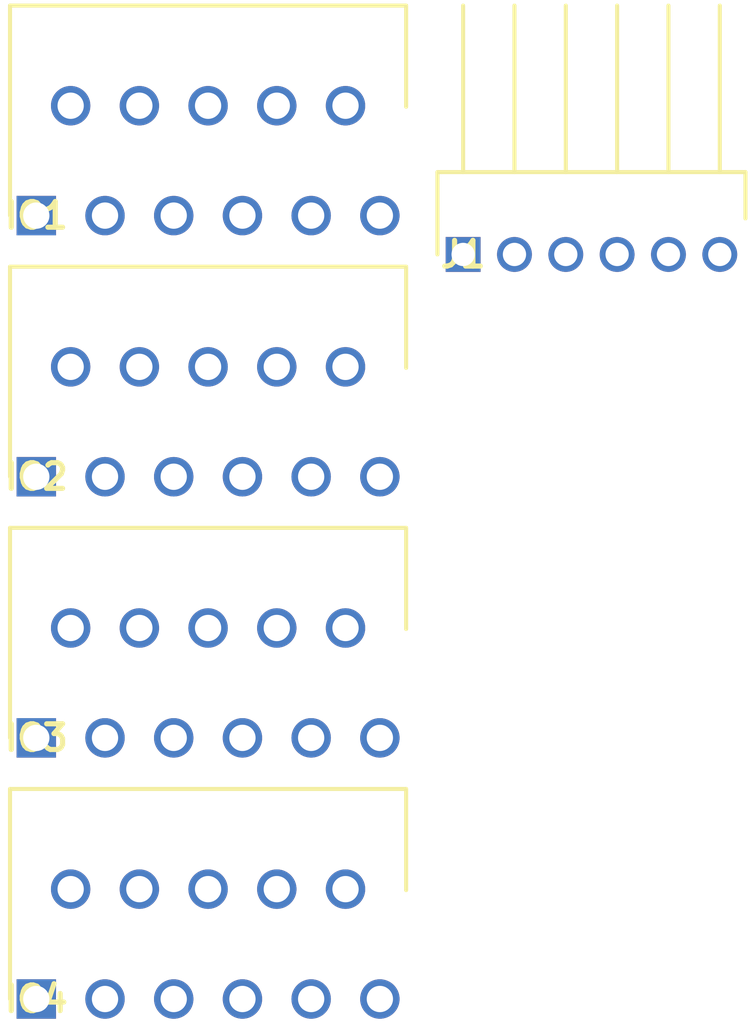
<source format=kicad_pcb>
(kicad_pcb (version 20240108) (generator "pcbnew") (generator_version "8.0")
  (layers (0 "F.Cu" signal) (31 "B.Cu" signal) (34 "B.Paste" user) (35 "F.Paste" user) (36 "B.SilkS" user "B.Silkscreen") (37 "F.SilkS" user "F.Silkscreen") (38 "B.Mask" user) (39 "F.Mask" user) (44 "Edge.Cuts" user))
  (net 0 "")
  (net 1 "EN_A")
  (net 2 "IN2_A")
  (net 3 "CUR_A")
  (net 4 "VCC_BAT")
  (net 5 "Net-(IC1-BOOT1)")
  (net 6 "Net-(IC1-VREF)")
  (net 7 "Net-(IC1-BOOT2)")
  (net 8 "IN1_A")
  (net 9 "OUT1_A")
  (net 10 "OUT2_A")
  (net 11 "GND_BAT")
  (net 12 "IN2_B")
  (net 13 "OUT2_B")
  (net 14 "Net-(IC2-BOOT2)")
  (net 15 "CUR_B")
  (net 16 "IN1_B")
  (net 17 "Net-(IC2-VREF)")
  (net 18 "EN_B")
  (net 19 "OUT1_B")
  (net 20 "Net-(IC2-BOOT1)")
  (net 21 "OUT1_C")
  (net 22 "Net-(IC3-BOOT2)")
  (net 23 "IN2_C")
  (net 24 "EN_C")
  (net 25 "IN1_C")
  (net 26 "OUT2_C")
  (net 27 "CUR_C")
  (net 28 "Net-(IC3-VREF)")
  (net 29 "Net-(IC3-BOOT1)")
  (net 30 "IN1_D")
  (net 31 "Net-(IC4-BOOT1)")
  (net 32 "Net-(IC4-VREF)")
  (net 33 "CUR_D")
  (net 34 "OUT2_D")
  (net 35 "IN2_D")
  (net 36 "OUT1_D")
  (net 37 "Net-(IC4-BOOT2)")
  (net 38 "EN_D")
  (footprint "6header_angle:HDRRA6W66P0X254_1X6_1524X229X249P" (layer "F.Cu") (at 148.12 77.705)
    (property "Reference" "J1" (at 0 0 0) (layer "F.SilkS") (effects (font (size 1.27 1.27) (thickness 0.254))))
    (property "Value" "Motor A" (hide yes))
    (fp_line (start -1.27 -4.07) (end 13.97 -4.07) (stroke (width 0.2)) (layer "F.SilkS"))
    (fp_line (start -1.27 0) (end -1.27 -4.07) (stroke (width 0.2)) (layer "F.SilkS"))
    (fp_line (start 0 -4.07) (end 0 -12.3) (stroke (width 0.2)) (layer "F.SilkS"))
    (fp_line (start 2.54 -4.07) (end 2.54 -12.3) (stroke (width 0.2)) (layer "F.SilkS"))
    (fp_line (start 5.08 -4.07) (end 5.08 -12.3) (stroke (width 0.2)) (layer "F.SilkS"))
    (fp_line (start 7.62 -4.07) (end 7.62 -12.3) (stroke (width 0.2)) (layer "F.SilkS"))
    (fp_line (start 10.16 -4.07) (end 10.16 -12.3) (stroke (width 0.2)) (layer "F.SilkS"))
    (fp_line (start 12.7 -4.07) (end 12.7 -12.3) (stroke (width 0.2)) (layer "F.SilkS"))
    (fp_line (start 13.97 -4.07) (end 13.97 -1.78) (stroke (width 0.2)) (layer "F.SilkS"))
    (pad "1" thru_hole rect (at 0 0) (size 1.725 1.725) (drill 1.15) (layers "*.Cu" "*.Mask") (net 9 "OUT1_A"))
    (pad "2" thru_hole circle (at 2.54 0) (size 1.725 1.725) (drill 1.15) (layers "*.Cu" "*.Mask") (net 9 "OUT1_A"))
    (pad "3" thru_hole circle (at 5.08 0) (size 1.725 1.725) (drill 1.15) (layers "*.Cu" "*.Mask") (net 9 "OUT1_A"))
    (pad "4" thru_hole circle (at 7.62 0) (size 1.725 1.725) (drill 1.15) (layers "*.Cu" "*.Mask") (net 9 "OUT1_A"))
    (pad "5" thru_hole circle (at 10.16 0) (size 1.725 1.725) (drill 1.15) (layers "*.Cu" "*.Mask") (net 9 "OUT1_A"))
    (pad "6" thru_hole circle (at 12.7 0) (size 1.725 1.725) (drill 1.15) (layers "*.Cu" "*.Mask") (net 9 "OUT1_A"))
  )
  (footprint "L6203:TO170P500X1960X2210-11P" (layer "F.Cu") (at 127 101.595)
    (property "Reference" "IC3" (at 0 0 0) (layer "F.SilkS") (effects (font (size 1.27 1.27) (thickness 0.254))))
    (property "Value" "L6203" (hide yes))
    (fp_line (start -1.3 -10.38) (end -1.3 0) (stroke (width 0.2)) (layer "F.SilkS"))
    (fp_line (start 18.3 -10.38) (end -1.3 -10.38) (stroke (width 0.2)) (layer "F.SilkS"))
    (fp_line (start 18.3 -5.38) (end 18.3 -10.38) (stroke (width 0.2)) (layer "F.SilkS"))
    (pad "1" thru_hole rect (at 0 0) (size 1.95 1.95) (drill 1.3) (layers "*.Cu" "*.Mask") (net 26 "OUT2_C"))
    (pad "2" thru_hole circle (at 1.7 -5.43) (size 1.95 1.95) (drill 1.3) (layers "*.Cu" "*.Mask") (net 4 "VCC_BAT"))
    (pad "3" thru_hole circle (at 3.4 0) (size 1.95 1.95) (drill 1.3) (layers "*.Cu" "*.Mask") (net 21 "OUT1_C"))
    (pad "4" thru_hole circle (at 5.1 -5.43) (size 1.95 1.95) (drill 1.3) (layers "*.Cu" "*.Mask") (net 29 "Net-(IC3-BOOT1)"))
    (pad "5" thru_hole circle (at 6.8 0) (size 1.95 1.95) (drill 1.3) (layers "*.Cu" "*.Mask") (net 25 "IN1_C"))
    (pad "6" thru_hole circle (at 8.5 -5.43) (size 1.95 1.95) (drill 1.3) (layers "*.Cu" "*.Mask") (net 11 "GND_BAT"))
    (pad "7" thru_hole circle (at 10.2 0) (size 1.95 1.95) (drill 1.3) (layers "*.Cu" "*.Mask") (net 23 "IN2_C"))
    (pad "8" thru_hole circle (at 11.9 -5.43) (size 1.95 1.95) (drill 1.3) (layers "*.Cu" "*.Mask") (net 22 "Net-(IC3-BOOT2)"))
    (pad "9" thru_hole circle (at 13.6 0) (size 1.95 1.95) (drill 1.3) (layers "*.Cu" "*.Mask") (net 28 "Net-(IC3-VREF)"))
    (pad "10" thru_hole circle (at 15.3 -5.43) (size 1.95 1.95) (drill 1.3) (layers "*.Cu" "*.Mask") (net 27 "CUR_C"))
    (pad "11" thru_hole circle (at 17 0) (size 1.95 1.95) (drill 1.3) (layers "*.Cu" "*.Mask") (net 24 "EN_C"))
  )
  (footprint "L6203:TO170P500X1960X2210-11P" (layer "F.Cu") (at 127 114.5)
    (property "Reference" "IC4" (at 0 0 0) (layer "F.SilkS") (effects (font (size 1.27 1.27) (thickness 0.254))))
    (property "Value" "L6203" (hide yes))
    (fp_line (start -1.3 -10.38) (end -1.3 0) (stroke (width 0.2)) (layer "F.SilkS"))
    (fp_line (start 18.3 -10.38) (end -1.3 -10.38) (stroke (width 0.2)) (layer "F.SilkS"))
    (fp_line (start 18.3 -5.38) (end 18.3 -10.38) (stroke (width 0.2)) (layer "F.SilkS"))
    (pad "1" thru_hole rect (at 0 0) (size 1.95 1.95) (drill 1.3) (layers "*.Cu" "*.Mask") (net 34 "OUT2_D"))
    (pad "2" thru_hole circle (at 1.7 -5.43) (size 1.95 1.95) (drill 1.3) (layers "*.Cu" "*.Mask") (net 4 "VCC_BAT"))
    (pad "3" thru_hole circle (at 3.4 0) (size 1.95 1.95) (drill 1.3) (layers "*.Cu" "*.Mask") (net 36 "OUT1_D"))
    (pad "4" thru_hole circle (at 5.1 -5.43) (size 1.95 1.95) (drill 1.3) (layers "*.Cu" "*.Mask") (net 31 "Net-(IC4-BOOT1)"))
    (pad "5" thru_hole circle (at 6.8 0) (size 1.95 1.95) (drill 1.3) (layers "*.Cu" "*.Mask") (net 30 "IN1_D"))
    (pad "6" thru_hole circle (at 8.5 -5.43) (size 1.95 1.95) (drill 1.3) (layers "*.Cu" "*.Mask") (net 11 "GND_BAT"))
    (pad "7" thru_hole circle (at 10.2 0) (size 1.95 1.95) (drill 1.3) (layers "*.Cu" "*.Mask") (net 35 "IN2_D"))
    (pad "8" thru_hole circle (at 11.9 -5.43) (size 1.95 1.95) (drill 1.3) (layers "*.Cu" "*.Mask") (net 37 "Net-(IC4-BOOT2)"))
    (pad "9" thru_hole circle (at 13.6 0) (size 1.95 1.95) (drill 1.3) (layers "*.Cu" "*.Mask") (net 32 "Net-(IC4-VREF)"))
    (pad "10" thru_hole circle (at 15.3 -5.43) (size 1.95 1.95) (drill 1.3) (layers "*.Cu" "*.Mask") (net 33 "CUR_D"))
    (pad "11" thru_hole circle (at 17 0) (size 1.95 1.95) (drill 1.3) (layers "*.Cu" "*.Mask") (net 38 "EN_D"))
  )
  (footprint "L6203:TO170P500X1960X2210-11P" (layer "F.Cu") (at 127 75.785)
    (property "Reference" "IC1" (at 0 0 0) (layer "F.SilkS") (effects (font (size 1.27 1.27) (thickness 0.254))))
    (property "Value" "L6203" (hide yes))
    (fp_line (start -1.3 -10.38) (end -1.3 0) (stroke (width 0.2)) (layer "F.SilkS"))
    (fp_line (start 18.3 -10.38) (end -1.3 -10.38) (stroke (width 0.2)) (layer "F.SilkS"))
    (fp_line (start 18.3 -5.38) (end 18.3 -10.38) (stroke (width 0.2)) (layer "F.SilkS"))
    (pad "1" thru_hole rect (at 0 0) (size 1.95 1.95) (drill 1.3) (layers "*.Cu" "*.Mask") (net 10 "OUT2_A"))
    (pad "2" thru_hole circle (at 1.7 -5.43) (size 1.95 1.95) (drill 1.3) (layers "*.Cu" "*.Mask") (net 4 "VCC_BAT"))
    (pad "3" thru_hole circle (at 3.4 0) (size 1.95 1.95) (drill 1.3) (layers "*.Cu" "*.Mask") (net 9 "OUT1_A"))
    (pad "4" thru_hole circle (at 5.1 -5.43) (size 1.95 1.95) (drill 1.3) (layers "*.Cu" "*.Mask") (net 5 "Net-(IC1-BOOT1)"))
    (pad "5" thru_hole circle (at 6.8 0) (size 1.95 1.95) (drill 1.3) (layers "*.Cu" "*.Mask") (net 8 "IN1_A"))
    (pad "6" thru_hole circle (at 8.5 -5.43) (size 1.95 1.95) (drill 1.3) (layers "*.Cu" "*.Mask") (net 11 "GND_BAT"))
    (pad "7" thru_hole circle (at 10.2 0) (size 1.95 1.95) (drill 1.3) (layers "*.Cu" "*.Mask") (net 2 "IN2_A"))
    (pad "8" thru_hole circle (at 11.9 -5.43) (size 1.95 1.95) (drill 1.3) (layers "*.Cu" "*.Mask") (net 7 "Net-(IC1-BOOT2)"))
    (pad "9" thru_hole circle (at 13.6 0) (size 1.95 1.95) (drill 1.3) (layers "*.Cu" "*.Mask") (net 6 "Net-(IC1-VREF)"))
    (pad "10" thru_hole circle (at 15.3 -5.43) (size 1.95 1.95) (drill 1.3) (layers "*.Cu" "*.Mask") (net 3 "CUR_A"))
    (pad "11" thru_hole circle (at 17 0) (size 1.95 1.95) (drill 1.3) (layers "*.Cu" "*.Mask") (net 1 "EN_A"))
  )
  (footprint "L6203:TO170P500X1960X2210-11P" (layer "F.Cu") (at 127 88.69)
    (property "Reference" "IC2" (at 0 0 0) (layer "F.SilkS") (effects (font (size 1.27 1.27) (thickness 0.254))))
    (property "Value" "L6203" (hide yes))
    (fp_line (start -1.3 -10.38) (end -1.3 0) (stroke (width 0.2)) (layer "F.SilkS"))
    (fp_line (start 18.3 -10.38) (end -1.3 -10.38) (stroke (width 0.2)) (layer "F.SilkS"))
    (fp_line (start 18.3 -5.38) (end 18.3 -10.38) (stroke (width 0.2)) (layer "F.SilkS"))
    (pad "1" thru_hole rect (at 0 0) (size 1.95 1.95) (drill 1.3) (layers "*.Cu" "*.Mask") (net 13 "OUT2_B"))
    (pad "2" thru_hole circle (at 1.7 -5.43) (size 1.95 1.95) (drill 1.3) (layers "*.Cu" "*.Mask") (net 4 "VCC_BAT"))
    (pad "3" thru_hole circle (at 3.4 0) (size 1.95 1.95) (drill 1.3) (layers "*.Cu" "*.Mask") (net 19 "OUT1_B"))
    (pad "4" thru_hole circle (at 5.1 -5.43) (size 1.95 1.95) (drill 1.3) (layers "*.Cu" "*.Mask") (net 20 "Net-(IC2-BOOT1)"))
    (pad "5" thru_hole circle (at 6.8 0) (size 1.95 1.95) (drill 1.3) (layers "*.Cu" "*.Mask") (net 16 "IN1_B"))
    (pad "6" thru_hole circle (at 8.5 -5.43) (size 1.95 1.95) (drill 1.3) (layers "*.Cu" "*.Mask") (net 11 "GND_BAT"))
    (pad "7" thru_hole circle (at 10.2 0) (size 1.95 1.95) (drill 1.3) (layers "*.Cu" "*.Mask") (net 12 "IN2_B"))
    (pad "8" thru_hole circle (at 11.9 -5.43) (size 1.95 1.95) (drill 1.3) (layers "*.Cu" "*.Mask") (net 14 "Net-(IC2-BOOT2)"))
    (pad "9" thru_hole circle (at 13.6 0) (size 1.95 1.95) (drill 1.3) (layers "*.Cu" "*.Mask") (net 17 "Net-(IC2-VREF)"))
    (pad "10" thru_hole circle (at 15.3 -5.43) (size 1.95 1.95) (drill 1.3) (layers "*.Cu" "*.Mask") (net 15 "CUR_B"))
    (pad "11" thru_hole circle (at 17 0) (size 1.95 1.95) (drill 1.3) (layers "*.Cu" "*.Mask") (net 18 "EN_B"))
  )
)
</source>
